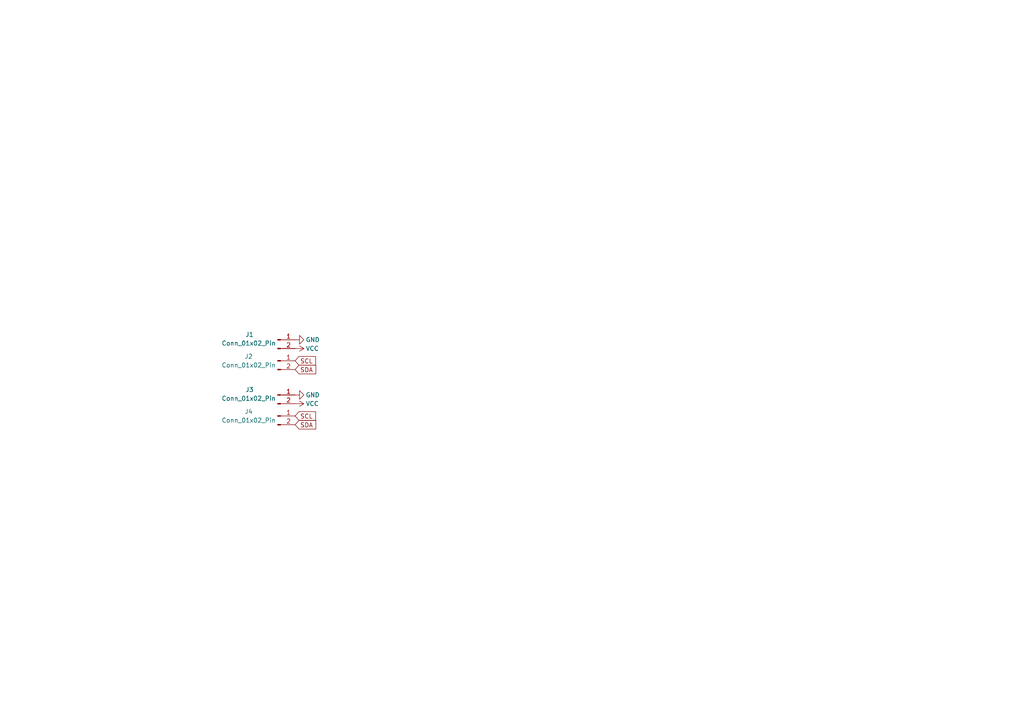
<source format=kicad_sch>
(kicad_sch (version 20230121) (generator eeschema)
  (paper "A4")
  (lib_symbols
    (symbol "Connector:Conn_01x02_Pin" (pin_names (offset 1.016) hide)
      (property "Reference" "J" (at 0 2.54 0))
      (property "Value" "Conn_01x02_Pin" (at 0 -5.08 0))
      (symbol "Conn_01x02_Pin_1_1"
        (polyline (pts (xy 1.27 -2.54) (xy 0.8636 -2.54)) (stroke (width 0.1524)))
        (polyline (pts (xy 1.27 0) (xy 0.8636 0)) (stroke (width 0.1524)))
        (rectangle (start 0.8636 -2.413) (end 0 -2.667) (stroke (width 0.1524)) (fill (type outline)))
        (rectangle (start 0.8636 0.127) (end 0 -0.127) (stroke (width 0.1524)) (fill (type outline)))
        (pin passive line (at 5.08 0 180) (length 3.81) (name "Pin_1") (number "1"))
        (pin passive line (at 5.08 -2.54 180) (length 3.81) (name "Pin_2") (number "2"))
      )
    )
    (symbol "power:GND" (power) (pin_names (offset 0))
      (property "Value" "GND" (at 0 -3.81 0))
      (symbol "GND_0_1"
        (polyline (pts (xy 0 0) (xy 0 -1.27) (xy 1.27 -1.27) (xy 0 -2.54) (xy -1.27 -1.27) (xy 0 -1.27)))
      )
      (symbol "GND_1_1"
        (pin power_in line (at 0 0 270) (length 0) hide (name "GND") (number "1"))
      )
    )
    (symbol "power:VCC" (power) (pin_names (offset 0))
      (property "Value" "VCC" (at 0 3.81 0))
      (symbol "VCC_0_1"
        (polyline (pts (xy -0.762 1.27) (xy 0 2.54)))
        (polyline (pts (xy 0 0) (xy 0 2.54)))
        (polyline (pts (xy 0 2.54) (xy 0.762 1.27)))
      )
      (symbol "VCC_1_1"
        (pin power_in line (at 0 0 90) (length 0) hide (name "VCC") (number "1"))
      )
    )
  )
  (global_label "SCL" (shape input) (at 85.598 120.65 0) (property "Intersheetrefs" "${INTERSHEET_REFS}" (effects hide)))
  (global_label "SDA" (shape input) (at 85.598 123.19 0) (property "Intersheetrefs" "${INTERSHEET_REFS}" (effects hide)))
  (global_label "SDA" (shape input) (at 85.598 107.188 0) (property "Intersheetrefs" "${INTERSHEET_REFS}" (effects hide)))
  (global_label "SCL" (shape input) (at 85.598 104.648 0) (property "Intersheetrefs" "${INTERSHEET_REFS}" (effects hide)))
  (symbol (lib_id "Connector:Conn_01x02_Pin") (at 80.518 98.552 0) (unit 1)
    (property "Reference" "J1" (at 72.39 97.028 0))
    (property "Value" "Conn_01x02_Pin" (at 72.136 99.568 0))
    (property "Footprint" "XTConnectors:XT30U-M_1x02_P5.0mm_Vertical" (effects hide))
  )
  (symbol (lib_id "Connector:Conn_01x02_Pin") (at 80.518 104.648 0) (unit 1)
    (property "Reference" "J2" (at 72.136 103.378 0))
    (property "Value" "Conn_01x02_Pin" (at 72.136 105.918 0))
    (property "Footprint" "XTConnectors:XT30U-M_1x02_P5.0mm_Vertical" (effects hide))
  )
  (symbol (lib_id "power:GND") (at 85.598 98.552 90) (unit 1)
    (property "Reference" "#PWR05" (effects hide))
    (property "Value" "GND" (at 88.646 98.552 90) (effects (justify right)))
  )
  (symbol (lib_id "Connector:Conn_01x02_Pin") (at 80.518 114.554 0) (unit 1)
    (property "Reference" "J3" (at 72.39 113.03 0))
    (property "Value" "Conn_01x02_Pin" (at 72.136 115.57 0))
    (property "Footprint" "XTConnectors:XT30U-M_1x02_P5.0mm_Vertical" (effects hide))
  )
  (symbol (lib_id "power:GND") (at 85.598 114.554 90) (unit 1)
    (property "Reference" "#PWR09" (effects hide))
    (property "Value" "GND" (at 88.646 114.554 90) (effects (justify right)))
  )
  (symbol (lib_id "power:VCC") (at 85.598 101.092 270) (unit 1)
    (property "Reference" "#PWR06" (effects hide))
    (property "Value" "VCC" (at 88.646 101.092 90) (effects (justify left)))
  )
  (symbol (lib_id "Connector:Conn_01x02_Pin") (at 80.518 120.65 0) (unit 1)
    (property "Reference" "J4" (at 72.136 119.38 0))
    (property "Value" "Conn_01x02_Pin" (at 72.136 121.92 0))
    (property "Footprint" "XTConnectors:XT30U-M_1x02_P5.0mm_Vertical" (effects hide))
  )
  (symbol (lib_id "power:VCC") (at 85.598 117.094 270) (unit 1)
    (property "Reference" "#PWR010" (effects hide))
    (property "Value" "VCC" (at 88.646 117.094 90) (effects (justify left)))
  )
)
</source>
